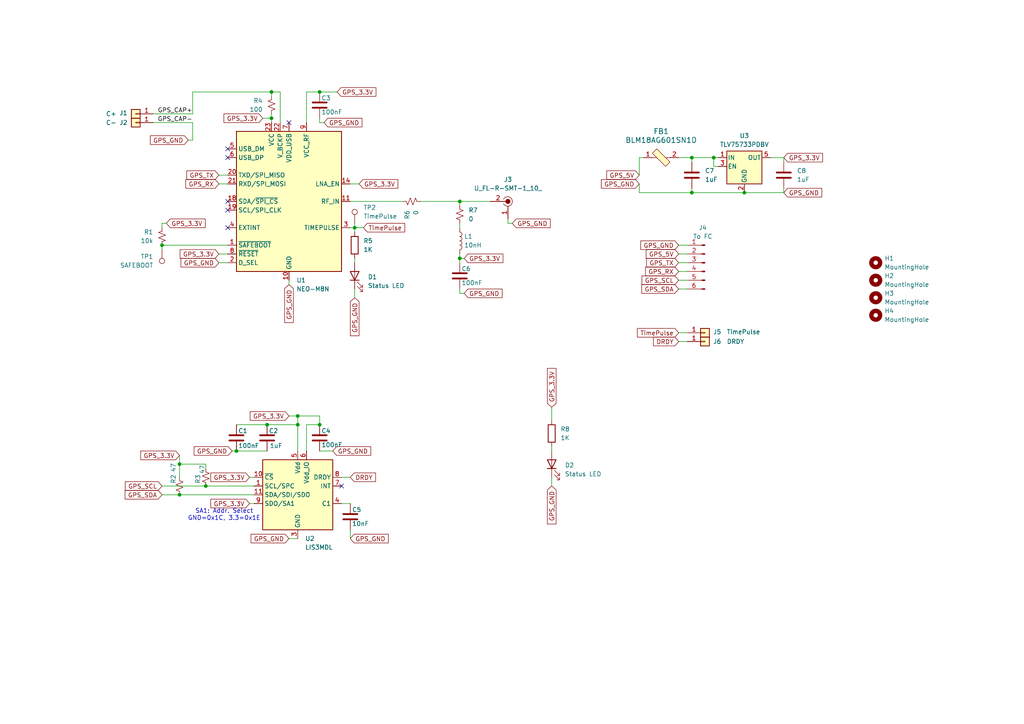
<source format=kicad_sch>
(kicad_sch (version 20250114) (generator "eeschema") (generator_version "9.0")
  (paper "A4")
  (lib_symbols
    (symbol "Connector:Conn_01x06_Pin" (pin_names (offset 1.016) (hide yes))
      (property "Reference" "J" (at 0 7.62 0))
      (property "Value" "Conn_01x06_Pin" (at 0 -10.16 0))
      (symbol "Conn_01x06_Pin_1_1"
        (rectangle (start 0.8636 5.207) (end 0 4.953) (stroke (width 0.1524)) (fill (type outline)))
        (rectangle (start 0.8636 2.667) (end 0 2.413) (stroke (width 0.1524)) (fill (type outline)))
        (rectangle (start 0.8636 0.127) (end 0 -0.127) (stroke (width 0.1524)) (fill (type outline)))
        (rectangle (start 0.8636 -2.413) (end 0 -2.667) (stroke (width 0.1524)) (fill (type outline)))
        (rectangle (start 0.8636 -4.953) (end 0 -5.207) (stroke (width 0.1524)) (fill (type outline)))
        (rectangle (start 0.8636 -7.493) (end 0 -7.747) (stroke (width 0.1524)) (fill (type outline)))
        (polyline (pts (xy 1.27 5.08) (xy 0.8636 5.08)) (stroke (width 0.1524)))
        (polyline (pts (xy 1.27 2.54) (xy 0.8636 2.54)) (stroke (width 0.1524)))
        (polyline (pts (xy 1.27 0) (xy 0.8636 0)) (stroke (width 0.1524)))
        (polyline (pts (xy 1.27 -2.54) (xy 0.8636 -2.54)) (stroke (width 0.1524)))
        (polyline (pts (xy 1.27 -5.08) (xy 0.8636 -5.08)) (stroke (width 0.1524)))
        (polyline (pts (xy 1.27 -7.62) (xy 0.8636 -7.62)) (stroke (width 0.1524)))
        (pin passive line (at 5.08 5.08 180) (length 3.81) (name "Pin_1") (number "1"))
        (pin passive line (at 5.08 2.54 180) (length 3.81) (name "Pin_2") (number "2"))
        (pin passive line (at 5.08 0 180) (length 3.81) (name "Pin_3") (number "3"))
        (pin passive line (at 5.08 -2.54 180) (length 3.81) (name "Pin_4") (number "4"))
        (pin passive line (at 5.08 -5.08 180) (length 3.81) (name "Pin_5") (number "5"))
        (pin passive line (at 5.08 -7.62 180) (length 3.81) (name "Pin_6") (number "6"))
      )
    )
    (symbol "Connector:TestPoint" (pin_numbers (hide yes)) (pin_names (offset 0.762) (hide yes))
      (property "Reference" "TP" (at 0 6.858 0))
      (property "Value" "TestPoint" (at 0 5.08 0))
      (symbol "TestPoint_0_1"
        (circle (center 0 3.302) (radius 0.762))
      )
      (symbol "TestPoint_1_1"
        (pin passive line (at 0 0 90) (length 2.54) (name "1") (number "1"))
      )
    )
    (symbol "Connector_Generic:Conn_01x01" (pin_names (offset 1.016) (hide yes))
      (property "Reference" "J" (at 0 2.54 0))
      (property "Value" "Conn_01x01" (at 0 -2.54 0))
      (symbol "Conn_01x01_1_1"
        (rectangle (start -1.27 1.27) (end 1.27 -1.27) (stroke (width 0.254)) (fill (type background)))
        (rectangle (start -1.27 0.127) (end 0 -0.127) (stroke (width 0.1524)))
        (pin passive line (at -5.08 0 0) (length 3.81) (name "Pin_1") (number "1"))
      )
    )
    (symbol "Device:C" (pin_numbers (hide yes)) (pin_names (offset 0.254))
      (property "Reference" "C" (at 0.635 2.54 0))
      (property "Value" "C" (at 0.635 -2.54 0))
      (symbol "C_0_1"
        (polyline (pts (xy -2.032 0.762) (xy 2.032 0.762)) (stroke (width 0.508)))
        (polyline (pts (xy -2.032 -0.762) (xy 2.032 -0.762)) (stroke (width 0.508)))
      )
      (symbol "C_1_1"
        (pin passive line (at 0 3.81 270) (length 2.794) (name "~") (number "1"))
        (pin passive line (at 0 -3.81 90) (length 2.794) (name "~") (number "2"))
      )
    )
    (symbol "Device:L" (pin_numbers (hide yes)) (pin_names (offset 1.016) (hide yes))
      (property "Reference" "L" (at -1.27 0 90))
      (property "Value" "L" (at 1.905 0 90))
      (symbol "L_0_1"
        (arc (start 0 2.54) (mid 0.6323 1.905) (end 0 1.27))
        (arc (start 0 1.27) (mid 0.6323 0.635) (end 0 0))
        (arc (start 0 0) (mid 0.6323 -0.635) (end 0 -1.27))
        (arc (start 0 -1.27) (mid 0.6323 -1.905) (end 0 -2.54))
      )
      (symbol "L_1_1"
        (pin passive line (at 0 3.81 270) (length 1.27) (name "1") (number "1"))
        (pin passive line (at 0 -3.81 90) (length 1.27) (name "2") (number "2"))
      )
    )
    (symbol "Device:LED" (pin_numbers (hide yes)) (pin_names (offset 1.016) (hide yes))
      (property "Reference" "D" (at 0 2.54 0))
      (property "Value" "LED" (at 0 -2.54 0))
      (symbol "LED_0_1"
        (polyline (pts (xy -3.048 -0.762) (xy -4.572 -2.286) (xy -3.81 -2.286) (xy -4.572 -2.286) (xy -4.572 -1.524)))
        (polyline (pts (xy -1.778 -0.762) (xy -3.302 -2.286) (xy -2.54 -2.286) (xy -3.302 -2.286) (xy -3.302 -1.524)))
        (polyline (pts (xy -1.27 0) (xy 1.27 0)))
        (polyline (pts (xy -1.27 -1.27) (xy -1.27 1.27)) (stroke (width 0.254)))
        (polyline (pts (xy 1.27 -1.27) (xy 1.27 1.27) (xy -1.27 0) (xy 1.27 -1.27)) (stroke (width 0.254)))
      )
      (symbol "LED_1_1"
        (pin passive line (at -3.81 0 0) (length 2.54) (name "K") (number "1"))
        (pin passive line (at 3.81 0 180) (length 2.54) (name "A") (number "2"))
      )
    )
    (symbol "Device:R" (pin_numbers (hide yes)) (pin_names (offset 0))
      (property "Reference" "R" (at 2.032 0 90))
      (property "Value" "R" (at 0 0 90))
      (symbol "R_0_1"
        (rectangle (start -1.016 -2.54) (end 1.016 2.54) (stroke (width 0.254)))
      )
      (symbol "R_1_1"
        (pin passive line (at 0 3.81 270) (length 1.27) (name "~") (number "1"))
        (pin passive line (at 0 -3.81 90) (length 1.27) (name "~") (number "2"))
      )
    )
    (symbol "Device:R_Small_US" (pin_numbers (hide yes)) (pin_names (offset 0.254) (hide yes))
      (property "Reference" "R" (at 0.762 0.508 0))
      (property "Value" "R_Small_US" (at 0.762 -1.016 0))
      (symbol "R_Small_US_1_1"
        (polyline (pts (xy 0 1.524) (xy 1.016 1.143) (xy 0 0.762) (xy -1.016 0.381) (xy 0 0)))
        (polyline (pts (xy 0 0) (xy 1.016 -0.381) (xy 0 -0.762) (xy -1.016 -1.143) (xy 0 -1.524)))
        (pin passive line (at 0 2.54 270) (length 1.016) (name "~") (number "1"))
        (pin passive line (at 0 -2.54 90) (length 1.016) (name "~") (number "2"))
      )
    )
    (symbol "Mechanical:MountingHole" (pin_names (offset 1.016)) (in_bom no)
      (property "Reference" "H" (at 0 5.08 0))
      (property "Value" "MountingHole" (at 0 3.175 0))
      (symbol "MountingHole_0_1"
        (circle (center 0 0) (radius 1.27) (stroke (width 1.27)))
      )
    )
    (symbol "RF_GPS:NEO-M8N"
      (property "Reference" "U" (at -13.97 21.59 0))
      (property "Value" "NEO-M8N" (at 11.43 21.59 0))
      (symbol "NEO-M8N_0_1"
        (rectangle (start -15.24 20.32) (end 15.24 -20.32) (stroke (width 0.254)) (fill (type background)))
      )
      (symbol "NEO-M8N_1_1"
        (pin bidirectional line (at -17.78 15.24 0) (length 2.54) (name "USB_DM") (number "5"))
        (pin bidirectional line (at -17.78 12.7 0) (length 2.54) (name "USB_DP") (number "6"))
        (pin output line (at -17.78 7.62 0) (length 2.54) (name "TXD/SPI_MISO") (number "20"))
        (pin input line (at -17.78 5.08 0) (length 2.54) (name "RXD/SPI_MOSI") (number "21"))
        (pin bidirectional line (at -17.78 0 0) (length 2.54) (name "SDA/~{SPI_CS}") (number "18"))
        (pin input line (at -17.78 -2.54 0) (length 2.54) (name "SCL/SPI_CLK") (number "19"))
        (pin input line (at -17.78 -7.62 0) (length 2.54) (name "EXTINT") (number "4"))
        (pin input line (at -17.78 -12.7 0) (length 2.54) (name "~{SAFEBOOT}") (number "1"))
        (pin input line (at -17.78 -15.24 0) (length 2.54) (name "~{RESET}") (number "8"))
        (pin input line (at -17.78 -17.78 0) (length 2.54) (name "D_SEL") (number "2"))
        (pin power_in line (at -5.08 22.86 270) (length 2.54) (name "VCC") (number "23"))
        (pin power_in line (at -2.54 22.86 270) (length 2.54) (name "V_BCKP") (number "22"))
        (pin power_in line (at 0 22.86 270) (length 2.54) (name "VDD_USB") (number "7"))
        (pin power_in line (at 0 -22.86 90) (length 2.54) (name "GND") (number "10"))
        (pin passive line (at 0 -22.86 90) (length 2.54) (hide yes) (name "GND") (number "12"))
        (pin passive line (at 0 -22.86 90) (length 2.54) (hide yes) (name "GND") (number "13"))
        (pin passive line (at 0 -22.86 90) (length 2.54) (hide yes) (name "GND") (number "24"))
        (pin power_out line (at 5.08 22.86 270) (length 2.54) (name "VCC_RF") (number "9"))
        (pin no_connect line (at 15.24 -10.16 180) (length 2.54) (hide yes) (name "RESERVED") (number "15"))
        (pin no_connect line (at 15.24 -12.7 180) (length 2.54) (hide yes) (name "RESERVED") (number "16"))
        (pin no_connect line (at 15.24 -15.24 180) (length 2.54) (hide yes) (name "RESERVED") (number "17"))
        (pin output line (at 17.78 5.08 180) (length 2.54) (name "LNA_EN") (number "14"))
        (pin input line (at 17.78 0 180) (length 2.54) (name "RF_IN") (number "11"))
        (pin output line (at 17.78 -7.62 180) (length 2.54) (name "TIMEPULSE") (number "3"))
      )
    )
    (symbol "Regulator_Linear:TLV75733PDBV" (pin_names (offset 0.254))
      (property "Reference" "U" (at -3.81 5.715 0))
      (property "Value" "TLV75733PDBV" (at 0 5.715 0))
      (symbol "TLV75733PDBV_0_1"
        (rectangle (start -5.08 4.445) (end 5.08 -5.08) (stroke (width 0.254)) (fill (type background)))
      )
      (symbol "TLV75733PDBV_1_1"
        (pin power_in line (at -7.62 2.54 0) (length 2.54) (name "IN") (number "1"))
        (pin input line (at -7.62 0 0) (length 2.54) (name "EN") (number "3"))
        (pin power_in line (at 0 -7.62 90) (length 2.54) (name "GND") (number "2"))
        (pin no_connect line (at 5.08 0 180) (length 2.54) (hide yes) (name "NC") (number "4"))
        (pin power_out line (at 7.62 2.54 180) (length 2.54) (name "OUT") (number "5"))
      )
    )
    (symbol "Sensor_Magnetic:LIS3MDL"
      (property "Reference" "U" (at -8.89 11.43 0))
      (property "Value" "LIS3MDL" (at 7.62 11.43 0))
      (symbol "LIS3MDL_0_1"
        (rectangle (start -10.16 10.16) (end 10.16 -10.16) (stroke (width 0.254)) (fill (type background)))
      )
      (symbol "LIS3MDL_1_1"
        (pin input line (at -12.7 5.08 0) (length 2.54) (name "~{CS}") (number "10"))
        (pin input line (at -12.7 2.54 0) (length 2.54) (name "SCL/SPC") (number "1"))
        (pin bidirectional line (at -12.7 0 0) (length 2.54) (name "SDA/SDI/SDO") (number "11"))
        (pin bidirectional line (at -12.7 -2.54 0) (length 2.54) (name "SDO/SA1") (number "9"))
        (pin power_in line (at 0 12.7 270) (length 2.54) (name "Vdd") (number "5"))
        (pin passive line (at 0 -12.7 90) (length 2.54) (hide yes) (name "GND") (number "12"))
        (pin passive line (at 0 -12.7 90) (length 2.54) (hide yes) (name "GND") (number "2"))
        (pin power_in line (at 0 -12.7 90) (length 2.54) (name "GND") (number "3"))
        (pin power_in line (at 2.54 12.7 270) (length 2.54) (name "Vdd_IO") (number "6"))
        (pin output line (at 12.7 5.08 180) (length 2.54) (name "DRDY") (number "8"))
        (pin output line (at 12.7 2.54 180) (length 2.54) (name "INT") (number "7"))
        (pin power_out line (at 12.7 -2.54 180) (length 2.54) (name "C1") (number "4"))
      )
    )
    (symbol "dk_Coaxial-Connectors-RF:U_FL-R-SMT-1_10_" (pin_names (offset 1.016))
      (property "Reference" "J" (at -1.27 1.27 0))
      (property "Value" "U_FL-R-SMT-1_10_" (at 1.27 -2.54 0))
      (symbol "U_FL-R-SMT-1_10__1_1"
        (circle (center 0 0) (radius 0.635) (fill (type outline)))
        (arc (start 1.27 -0.635) (mid -0.2751 -1.349) (end -1.27 0))
        (arc (start -1.27 0) (mid -0.251 1.3315) (end 1.27 0.635))
        (pin passive line (at 0 -5.08 90) (length 3.683) (name "~") (number "1"))
        (pin passive line (at 5.08 0 180) (length 4.445) (name "~") (number "2"))
      )
    )
    (symbol "dk_Ferrite-Beads-and-Chips:BLM18AG601SN1D" (pin_names (offset 1.016))
      (property "Reference" "FB" (at -2.54 3.81 0))
      (property "Value" "BLM18AG601SN1D" (at 0 -3.81 0))
      (symbol "BLM18AG601SN1D_0_1"
        (polyline (pts (xy -1.27 2.54) (xy -2.54 1.27) (xy 1.27 -2.54) (xy 2.54 -1.27) (xy -1.27 2.54)) (fill (type background)))
        (polyline (pts (xy -1.27 0) (xy -2.54 0)))
        (polyline (pts (xy 1.27 0) (xy 2.54 0)))
      )
      (symbol "BLM18AG601SN1D_1_1"
        (pin passive line (at -5.08 0 0) (length 2.54) (name "~") (number "1"))
        (pin passive line (at 5.08 0 180) (length 2.54) (name "~") (number "2"))
      )
    )
  )
  (text "SA1: Addr. Select\nGND=0x1C, 3.3=0x1E" (at 65.024 149.352 0) (effects (font (size 1.27 1.27))))
  (junction (at 200.66 45.72))
  (junction (at 92.71 123.19))
  (junction (at 52.07 134.62))
  (junction (at 46.99 71.12))
  (junction (at 52.07 143.51))
  (junction (at 86.36 120.65))
  (junction (at 59.69 140.97))
  (junction (at 102.87 66.04))
  (junction (at 78.74 26.67))
  (junction (at 92.71 26.67))
  (junction (at 77.47 123.19))
  (junction (at 133.35 74.93))
  (junction (at 68.58 130.81))
  (junction (at 215.9 55.88))
  (junction (at 78.74 34.29))
  (junction (at 207.01 45.72))
  (junction (at 86.36 123.19))
  (junction (at 200.66 55.88))
  (junction (at 133.35 58.42))
  (no_connect (at 66.04 45.72))
  (no_connect (at 66.04 66.04))
  (no_connect (at 66.04 43.18))
  (no_connect (at 66.04 58.42))
  (no_connect (at 83.82 35.56))
  (no_connect (at 66.04 60.96))
  (no_connect (at 99.06 140.97))
  (wire (pts (xy 88.9 123.19) (xy 88.9 130.81)))
  (wire (pts (xy 86.36 130.81) (xy 86.36 123.19)))
  (wire (pts (xy 55.88 26.67) (xy 78.74 26.67)))
  (wire (pts (xy 101.6 66.04) (xy 102.87 66.04)))
  (wire (pts (xy 133.35 64.77) (xy 133.35 66.04)))
  (wire (pts (xy 81.28 26.67) (xy 81.28 35.56)))
  (wire (pts (xy 63.5 76.2) (xy 66.04 76.2)))
  (wire (pts (xy 59.69 140.97) (xy 73.66 140.97)))
  (wire (pts (xy 101.6 153.67) (xy 101.6 156.21)))
  (wire (pts (xy 160.02 138.43) (xy 160.02 140.97)))
  (wire (pts (xy 121.92 58.42) (xy 133.35 58.42)))
  (wire (pts (xy 185.42 55.88) (xy 200.66 55.88)))
  (wire (pts (xy 160.02 118.11) (xy 160.02 121.92)))
  (wire (pts (xy 196.85 96.52) (xy 199.39 96.52)))
  (wire (pts (xy 44.45 35.56) (xy 55.88 35.56)))
  (wire (pts (xy 83.82 81.28) (xy 83.82 82.55)))
  (wire (pts (xy 52.07 132.08) (xy 52.07 134.62)))
  (wire (pts (xy 227.33 45.72) (xy 223.52 45.72)))
  (wire (pts (xy 63.5 73.66) (xy 66.04 73.66)))
  (wire (pts (xy 54.61 40.64) (xy 55.88 40.64)))
  (wire (pts (xy 133.35 58.42) (xy 142.24 58.42)))
  (wire (pts (xy 207.01 48.26) (xy 207.01 45.72)))
  (wire (pts (xy 92.71 123.19) (xy 92.71 120.65)))
  (wire (pts (xy 92.71 130.81) (xy 96.52 130.81)))
  (wire (pts (xy 133.35 59.69) (xy 133.35 58.42)))
  (wire (pts (xy 196.85 71.12) (xy 199.39 71.12)))
  (wire (pts (xy 76.2 34.29) (xy 78.74 34.29)))
  (wire (pts (xy 93.98 35.56) (xy 92.71 35.56)))
  (wire (pts (xy 46.99 143.51) (xy 52.07 143.51)))
  (wire (pts (xy 68.58 130.81) (xy 77.47 130.81)))
  (wire (pts (xy 102.87 66.04) (xy 102.87 67.31)))
  (wire (pts (xy 208.28 48.26) (xy 207.01 48.26)))
  (wire (pts (xy 59.69 134.62) (xy 59.69 135.89)))
  (wire (pts (xy 68.58 123.19) (xy 77.47 123.19)))
  (wire (pts (xy 133.35 74.93) (xy 133.35 73.66)))
  (wire (pts (xy 185.42 45.72) (xy 186.69 45.72)))
  (wire (pts (xy 83.82 120.65) (xy 86.36 120.65)))
  (wire (pts (xy 148.59 64.77) (xy 147.32 64.77)))
  (wire (pts (xy 88.9 26.67) (xy 92.71 26.67)))
  (wire (pts (xy 88.9 35.56) (xy 88.9 26.67)))
  (wire (pts (xy 200.66 55.88) (xy 215.9 55.88)))
  (wire (pts (xy 46.99 71.12) (xy 66.04 71.12)))
  (wire (pts (xy 196.85 73.66) (xy 199.39 73.66)))
  (wire (pts (xy 196.85 83.82) (xy 199.39 83.82)))
  (wire (pts (xy 99.06 138.43) (xy 101.6 138.43)))
  (wire (pts (xy 133.35 85.09) (xy 133.35 83.82)))
  (wire (pts (xy 102.87 64.77) (xy 102.87 66.04)))
  (wire (pts (xy 134.62 85.09) (xy 133.35 85.09)))
  (wire (pts (xy 92.71 120.65) (xy 86.36 120.65)))
  (wire (pts (xy 102.87 83.82) (xy 102.87 86.36)))
  (wire (pts (xy 147.32 64.77) (xy 147.32 63.5)))
  (wire (pts (xy 227.33 55.88) (xy 215.9 55.88)))
  (wire (pts (xy 207.01 45.72) (xy 208.28 45.72)))
  (wire (pts (xy 78.74 26.67) (xy 81.28 26.67)))
  (wire (pts (xy 63.5 50.8) (xy 66.04 50.8)))
  (wire (pts (xy 101.6 53.34) (xy 104.14 53.34)))
  (wire (pts (xy 78.74 26.67) (xy 78.74 27.94)))
  (wire (pts (xy 196.85 81.28) (xy 199.39 81.28)))
  (wire (pts (xy 63.5 53.34) (xy 66.04 53.34)))
  (wire (pts (xy 200.66 54.61) (xy 200.66 55.88)))
  (wire (pts (xy 83.82 156.21) (xy 86.36 156.21)))
  (wire (pts (xy 46.99 140.97) (xy 59.69 140.97)))
  (wire (pts (xy 99.06 146.05) (xy 101.6 146.05)))
  (wire (pts (xy 52.07 143.51) (xy 73.66 143.51)))
  (wire (pts (xy 101.6 58.42) (xy 116.84 58.42)))
  (wire (pts (xy 72.39 146.05) (xy 73.66 146.05)))
  (wire (pts (xy 185.42 53.34) (xy 185.42 55.88)))
  (wire (pts (xy 200.66 45.72) (xy 200.66 46.99)))
  (wire (pts (xy 227.33 55.88) (xy 227.33 54.61)))
  (wire (pts (xy 133.35 74.93) (xy 133.35 76.2)))
  (wire (pts (xy 134.62 74.93) (xy 133.35 74.93)))
  (wire (pts (xy 55.88 35.56) (xy 55.88 40.64)))
  (wire (pts (xy 78.74 33.02) (xy 78.74 34.29)))
  (wire (pts (xy 92.71 35.56) (xy 92.71 34.29)))
  (wire (pts (xy 92.71 123.19) (xy 88.9 123.19)))
  (wire (pts (xy 160.02 129.54) (xy 160.02 130.81)))
  (wire (pts (xy 196.85 78.74) (xy 199.39 78.74)))
  (wire (pts (xy 55.88 26.67) (xy 55.88 33.02)))
  (wire (pts (xy 46.99 64.77) (xy 48.26 64.77)))
  (wire (pts (xy 185.42 50.8) (xy 185.42 45.72)))
  (wire (pts (xy 46.99 66.04) (xy 46.99 64.77)))
  (wire (pts (xy 102.87 66.04) (xy 105.41 66.04)))
  (wire (pts (xy 227.33 46.99) (xy 227.33 45.72)))
  (wire (pts (xy 78.74 34.29) (xy 78.74 35.56)))
  (wire (pts (xy 52.07 134.62) (xy 59.69 134.62)))
  (wire (pts (xy 196.85 99.06) (xy 199.39 99.06)))
  (wire (pts (xy 77.47 123.19) (xy 86.36 123.19)))
  (wire (pts (xy 46.99 71.12) (xy 46.99 72.39)))
  (wire (pts (xy 196.85 76.2) (xy 199.39 76.2)))
  (wire (pts (xy 92.71 26.67) (xy 97.79 26.67)))
  (wire (pts (xy 52.07 138.43) (xy 52.07 134.62)))
  (wire (pts (xy 86.36 120.65) (xy 86.36 123.19)))
  (wire (pts (xy 196.85 45.72) (xy 200.66 45.72)))
  (wire (pts (xy 72.39 138.43) (xy 73.66 138.43)))
  (wire (pts (xy 102.87 74.93) (xy 102.87 76.2)))
  (wire (pts (xy 67.31 130.81) (xy 68.58 130.81)))
  (wire (pts (xy 44.45 33.02) (xy 55.88 33.02)))
  (wire (pts (xy 200.66 45.72) (xy 207.01 45.72)))
  (label "GPS_CAP+" (at 45.72 33.02 0))
  (label "GPS_CAP-" (at 45.72 35.56 0))
  (global_label "GPS_GND" (shape input) (at 67.31 130.81 180) (property "Intersheetrefs" "${INTERSHEET_REFS}" (effects (hide yes))))
  (global_label "TimePulse" (shape input) (at 196.85 96.52 180) (property "Intersheetrefs" "${INTERSHEET_REFS}" (effects (hide yes))))
  (global_label "GPS_5V" (shape input) (at 196.85 73.66 180) (property "Intersheetrefs" "${INTERSHEET_REFS}" (effects (hide yes))))
  (global_label "GPS_5V" (shape input) (at 185.42 50.8 180) (property "Intersheetrefs" "${INTERSHEET_REFS}" (effects (hide yes))))
  (global_label "GPS_3.3V" (shape input) (at 83.82 120.65 180) (property "Intersheetrefs" "${INTERSHEET_REFS}" (effects (hide yes))))
  (global_label "GPS_GND" (shape input) (at 93.98 35.56 0) (property "Intersheetrefs" "${INTERSHEET_REFS}" (effects (hide yes))))
  (global_label "GPS_RX" (shape input) (at 63.5 53.34 180) (property "Intersheetrefs" "${INTERSHEET_REFS}" (effects (hide yes))))
  (global_label "GPS_SCL" (shape input) (at 46.99 140.97 180) (property "Intersheetrefs" "${INTERSHEET_REFS}" (effects (hide yes))))
  (global_label "TimePulse" (shape input) (at 105.41 66.04 0) (property "Intersheetrefs" "${INTERSHEET_REFS}" (effects (hide yes))))
  (global_label "GPS_3.3V" (shape input) (at 134.62 74.93 0) (property "Intersheetrefs" "${INTERSHEET_REFS}" (effects (hide yes))))
  (global_label "DRDY" (shape input) (at 196.85 99.06 180) (property "Intersheetrefs" "${INTERSHEET_REFS}" (effects (hide yes))))
  (global_label "GPS_GND" (shape input) (at 160.02 140.97 270) (property "Intersheetrefs" "${INTERSHEET_REFS}" (effects (hide yes))))
  (global_label "GPS_3.3V" (shape input) (at 52.07 132.08 180) (property "Intersheetrefs" "${INTERSHEET_REFS}" (effects (hide yes))))
  (global_label "GPS_GND" (shape input) (at 101.6 156.21 0) (property "Intersheetrefs" "${INTERSHEET_REFS}" (effects (hide yes))))
  (global_label "GPS_TX" (shape input) (at 63.5 50.8 180) (property "Intersheetrefs" "${INTERSHEET_REFS}" (effects (hide yes))))
  (global_label "GPS_RX" (shape input) (at 196.85 78.74 180) (property "Intersheetrefs" "${INTERSHEET_REFS}" (effects (hide yes))))
  (global_label "GPS_GND" (shape input) (at 134.62 85.09 0) (property "Intersheetrefs" "${INTERSHEET_REFS}" (effects (hide yes))))
  (global_label "GPS_SCL" (shape input) (at 196.85 81.28 180) (property "Intersheetrefs" "${INTERSHEET_REFS}" (effects (hide yes))))
  (global_label "GPS_GND" (shape input) (at 185.42 53.34 180) (property "Intersheetrefs" "${INTERSHEET_REFS}" (effects (hide yes))))
  (global_label "GPS_GND" (shape input) (at 83.82 82.55 270) (property "Intersheetrefs" "${INTERSHEET_REFS}" (effects (hide yes))))
  (global_label "GPS_3.3V" (shape input) (at 72.39 138.43 180) (property "Intersheetrefs" "${INTERSHEET_REFS}" (effects (hide yes))))
  (global_label "GPS_GND" (shape input) (at 227.33 55.88 0) (property "Intersheetrefs" "${INTERSHEET_REFS}" (effects (hide yes))))
  (global_label "GPS_GND" (shape input) (at 102.87 86.36 270) (property "Intersheetrefs" "${INTERSHEET_REFS}" (effects (hide yes))))
  (global_label "GPS_SDA" (shape input) (at 196.85 83.82 180) (property "Intersheetrefs" "${INTERSHEET_REFS}" (effects (hide yes))))
  (global_label "GPS_3.3V" (shape input) (at 63.5 73.66 180) (property "Intersheetrefs" "${INTERSHEET_REFS}" (effects (hide yes))))
  (global_label "GPS_3.3V" (shape input) (at 72.39 146.05 180) (property "Intersheetrefs" "${INTERSHEET_REFS}" (effects (hide yes))))
  (global_label "DRDY" (shape input) (at 101.6 138.43 0) (property "Intersheetrefs" "${INTERSHEET_REFS}" (effects (hide yes))))
  (global_label "GPS_3.3V" (shape input) (at 48.26 64.77 0) (property "Intersheetrefs" "${INTERSHEET_REFS}" (effects (hide yes))))
  (global_label "GPS_GND" (shape input) (at 196.85 71.12 180) (property "Intersheetrefs" "${INTERSHEET_REFS}" (effects (hide yes))))
  (global_label "GPS_GND" (shape input) (at 96.52 130.81 0) (property "Intersheetrefs" "${INTERSHEET_REFS}" (effects (hide yes))))
  (global_label "GPS_GND" (shape input) (at 54.61 40.64 180) (property "Intersheetrefs" "${INTERSHEET_REFS}" (effects (hide yes))))
  (global_label "GPS_GND" (shape input) (at 148.59 64.77 0) (property "Intersheetrefs" "${INTERSHEET_REFS}" (effects (hide yes))))
  (global_label "GPS_3.3V" (shape input) (at 104.14 53.34 0) (property "Intersheetrefs" "${INTERSHEET_REFS}" (effects (hide yes))))
  (global_label "GPS_3.3V" (shape input) (at 227.33 45.72 0) (property "Intersheetrefs" "${INTERSHEET_REFS}" (effects (hide yes))))
  (global_label "GPS_3.3V" (shape input) (at 76.2 34.29 180) (property "Intersheetrefs" "${INTERSHEET_REFS}" (effects (hide yes))))
  (global_label "GPS_3.3V" (shape input) (at 97.79 26.67 0) (property "Intersheetrefs" "${INTERSHEET_REFS}" (effects (hide yes))))
  (global_label "GPS_SDA" (shape input) (at 46.99 143.51 180) (property "Intersheetrefs" "${INTERSHEET_REFS}" (effects (hide yes))))
  (global_label "GPS_GND" (shape input) (at 83.82 156.21 180) (property "Intersheetrefs" "${INTERSHEET_REFS}" (effects (hide yes))))
  (global_label "GPS_GND" (shape input) (at 63.5 76.2 180) (property "Intersheetrefs" "${INTERSHEET_REFS}" (effects (hide yes))))
  (global_label "GPS_3.3V" (shape input) (at 160.02 118.11 90) (property "Intersheetrefs" "${INTERSHEET_REFS}" (effects (hide yes))))
  (global_label "GPS_TX" (shape input) (at 196.85 76.2 180) (property "Intersheetrefs" "${INTERSHEET_REFS}" (effects (hide yes))))
  (symbol (lib_id "Device:C") (at 92.71 127 0) (unit 1)
    (property "Reference" "C4" (at 93.218 124.968 0) (effects (justify left)))
    (property "Value" "100nF" (at 93.218 129.032 0) (effects (justify left)))
    (property "Footprint" "Capacitor_SMD:C_0805_2012Metric_Pad1.18x1.45mm_HandSolder" (effects (hide yes)))
    (property "Description" "Unpolarized capacitor" (effects (hide yes)))
  )
  (symbol (lib_id "Device:C") (at 92.71 30.48 0) (unit 1)
    (property "Reference" "C3" (at 93.218 28.448 0) (effects (justify left)))
    (property "Value" "100nF" (at 93.218 32.512 0) (effects (justify left)))
    (property "Footprint" "Capacitor_SMD:C_0805_2012Metric_Pad1.18x1.45mm_HandSolder" (effects (hide yes)))
    (property "Description" "Unpolarized capacitor" (effects (hide yes)))
  )
  (symbol (lib_id "Mechanical:MountingHole") (at 254 86.36 0) (unit 1) (in_bom no)
    (property "Reference" "H3" (at 256.54 85.0899 0) (effects (justify left)))
    (property "Value" "MountingHole" (at 256.54 87.6299 0) (effects (justify left)))
    (property "Footprint" "MountingHole:MountingHole_3.2mm_M3" (effects (hide yes)))
    (property "Description" "Mounting Hole without connection" (effects (hide yes)))
  )
  (symbol (lib_id "RF_GPS:NEO-M8N") (at 83.82 58.42 0) (unit 1)
    (property "Reference" "U1" (at 85.9633 81.28 0) (effects (justify left)))
    (property "Value" "NEO-M8N" (at 85.9633 83.82 0) (effects (justify left)))
    (property "Footprint" "RF_GPS:ublox_NEO" (effects (hide yes)))
    (property "Datasheet" "https://content.u-blox.com/sites/default/files/NEO-M8-FW3_DataSheet_UBX-15031086.pdf" (effects (hide yes)))
    (property "Description" "GNSS Module NEO M8, VCC 2.7V to 3.6V" (effects (hide yes)))
  )
  (symbol (lib_id "Connector_Generic:Conn_01x01") (at 39.37 33.02 0) (mirror y) (unit 1)
    (property "Reference" "J1" (at 35.814 32.766 0))
    (property "Value" "C+" (at 32.258 33.02 0))
    (property "Footprint" "Connector_Wire:SolderWirePad_1x01_SMD_1x2mm" (effects (hide yes)))
    (property "Description" "Generic connector, single row, 01x01, script generated (kicad-library-utils/schlib/autogen/connector/)" (effects (hide yes)))
  )
  (symbol (lib_id "Connector_Generic:Conn_01x01") (at 39.37 35.56 180) (unit 1)
    (property "Reference" "J2" (at 35.814 35.56 0))
    (property "Value" "C-" (at 32.258 35.56 0))
    (property "Footprint" "Connector_Wire:SolderWirePad_1x01_SMD_1x2mm" (effects (hide yes)))
    (property "Description" "Generic connector, single row, 01x01, script generated (kicad-library-utils/schlib/autogen/connector/)" (effects (hide yes)))
  )
  (symbol (lib_id "Device:C") (at 227.33 50.8 0) (unit 1)
    (property "Reference" "C8" (at 231.14 49.5299 0) (effects (justify left)))
    (property "Value" "1uF" (at 231.14 52.0699 0) (effects (justify left)))
    (property "Footprint" "Capacitor_SMD:C_0805_2012Metric_Pad1.18x1.45mm_HandSolder" (effects (hide yes)))
    (property "Description" "Unpolarized capacitor" (effects (hide yes)))
  )
  (symbol (lib_id "Device:C") (at 133.35 80.01 0) (unit 1)
    (property "Reference" "C6" (at 133.858 77.978 0) (effects (justify left)))
    (property "Value" "100nF" (at 133.858 82.042 0) (effects (justify left)))
    (property "Footprint" "Capacitor_SMD:C_0805_2012Metric_Pad1.18x1.45mm_HandSolder" (effects (hide yes)))
    (property "Description" "Unpolarized capacitor" (effects (hide yes)))
  )
  (symbol (lib_id "dk_Coaxial-Connectors-RF:U_FL-R-SMT-1_10_") (at 147.32 58.42 0) (mirror y) (unit 1)
    (property "Reference" "J3" (at 147.3412 52.07 0))
    (property "Value" "U_FL-R-SMT-1_10_" (at 147.3412 54.61 0))
    (property "Footprint" "Connector_Coaxial:U.FL_Molex_MCRF_73412-0110_Vertical" (effects (hide yes)))
    (property "Datasheet" "https://www.hirose.com/product/en/download_file/key_name/U.FL-R-SMT-1%2810%29/category/Drawing%20(2D)/doc_file_id/37627/?file_category_id=6&item_id=03310472210&is_series=U.FL-R-SMT-1(10" (effects (hide yes)))
    (property "Description" "CONN U.FL RCPT STR 50 OHM SMD" (effects (hide yes)))
    (property "Digi-Key_PN" "H11891CT-ND" (effects (hide yes)))
    (property "MPN" "U.FL-R-SMT-1(10)" (effects (hide yes)))
    (property "Category" "Connectors, Interconnects" (effects (hide yes)))
    (property "Family" "Coaxial Connectors (RF)" (effects (hide yes)))
    (property "DK_Datasheet_Link" "https://www.hirose.com/product/en/download_file/key_name/U.FL-R-SMT-1%2810%29/category/Drawing%20(2D)/doc_file_id/37627/?file_category_id=6&item_id=03310472210&is_series=U.FL-R-SMT-1(10" (effects (hide yes)))
    (property "DK_Detail_Page" "/product-detail/en/hirose-electric-co-ltd/U.FL-R-SMT-1(10)/H11891CT-ND/2504612" (effects (hide yes)))
    (property "Description_1" "CONN U.FL RCPT STR 50 OHM SMD" (effects (hide yes)))
    (property "Manufacturer" "Hirose Electric Co Ltd" (effects (hide yes)))
    (property "Status" "Active" (effects (hide yes)))
  )
  (symbol (lib_id "Device:R") (at 102.87 71.12 0) (unit 1)
    (property "Reference" "R5" (at 105.41 69.8499 0) (effects (justify left)))
    (property "Value" "1K" (at 105.41 72.3899 0) (effects (justify left)))
    (property "Footprint" "Resistor_SMD:R_0805_2012Metric_Pad1.20x1.40mm_HandSolder" (effects (hide yes)))
    (property "Description" "Resistor" (effects (hide yes)))
  )
  (symbol (lib_id "Device:C") (at 200.66 50.8 0) (unit 1)
    (property "Reference" "C7" (at 204.47 49.5299 0) (effects (justify left)))
    (property "Value" "1uF" (at 204.47 52.0699 0) (effects (justify left)))
    (property "Footprint" "Capacitor_SMD:C_0805_2012Metric_Pad1.18x1.45mm_HandSolder" (effects (hide yes)))
    (property "Description" "Unpolarized capacitor" (effects (hide yes)))
  )
  (symbol (lib_id "Connector:TestPoint") (at 102.87 64.77 0) (unit 1)
    (property "Reference" "TP2" (at 105.41 60.1979 0) (effects (justify left)))
    (property "Value" "TimePulse" (at 105.41 62.7379 0) (effects (justify left)))
    (property "Footprint" "TestPoint:TestPoint_Pad_1.0x1.0mm" (effects (hide yes)))
    (property "Description" "test point" (effects (hide yes)))
  )
  (symbol (lib_id "Mechanical:MountingHole") (at 254 81.28 0) (unit 1) (in_bom no)
    (property "Reference" "H2" (at 256.54 80.0099 0) (effects (justify left)))
    (property "Value" "MountingHole" (at 256.54 82.5499 0) (effects (justify left)))
    (property "Footprint" "MountingHole:MountingHole_3.2mm_M3" (effects (hide yes)))
    (property "Description" "Mounting Hole without connection" (effects (hide yes)))
  )
  (symbol (lib_id "dk_Ferrite-Beads-and-Chips:BLM18AG601SN1D") (at 191.77 45.72 0) (unit 1)
    (property "Reference" "FB1" (at 191.77 38.1 0) (effects (font (size 1.524 1.524))))
    (property "Value" "BLM18AG601SN1D" (at 191.77 40.64 0) (effects (font (size 1.524 1.524))))
    (property "Footprint" "digikey-footprints:0603" (effects (hide yes)))
    (property "Datasheet" "https://www.murata.com/en-us/products/productdata/8796738650142/ENFA0003.pdf" (effects (hide yes)))
    (property "Description" "FERRITE BEAD 600 OHM 0603 1LN" (effects (hide yes)))
    (property "Digi-Key_PN" "490-1014-1-ND" (effects (hide yes)))
    (property "MPN" "BLM18AG601SN1D" (effects (hide yes)))
    (property "Category" "Filters" (effects (hide yes)))
    (property "Family" "Ferrite Beads and Chips" (effects (hide yes)))
    (property "DK_Datasheet_Link" "https://www.murata.com/en-us/products/productdata/8796738650142/ENFA0003.pdf" (effects (hide yes)))
    (property "DK_Detail_Page" "/product-detail/en/murata-electronics-north-america/BLM18AG601SN1D/490-1014-1-ND/584462" (effects (hide yes)))
    (property "Description_1" "FERRITE BEAD 600 OHM 0603 1LN" (effects (hide yes)))
    (property "Manufacturer" "Murata Electronics North America" (effects (hide yes)))
    (property "Status" "Active" (effects (hide yes)))
  )
  (symbol (lib_id "Device:C") (at 101.6 149.86 0) (unit 1)
    (property "Reference" "C5" (at 102.108 147.828 0) (effects (justify left)))
    (property "Value" "10nF" (at 102.108 151.892 0) (effects (justify left)))
    (property "Footprint" "Capacitor_SMD:C_0805_2012Metric_Pad1.18x1.45mm_HandSolder" (effects (hide yes)))
    (property "Description" "Unpolarized capacitor" (effects (hide yes)))
  )
  (symbol (lib_id "Device:R_Small_US") (at 59.69 138.43 180) (unit 1)
    (property "Reference" "R3" (at 57.404 138.938 90))
    (property "Value" "47" (at 58.674 136.144 90))
    (property "Footprint" "Resistor_SMD:R_0805_2012Metric_Pad1.20x1.40mm_HandSolder" (effects (hide yes)))
    (property "Description" "Resistor, small US symbol" (effects (hide yes)))
  )
  (symbol (lib_id "Connector:Conn_01x06_Pin") (at 204.47 76.2 0) (mirror y) (unit 1)
    (property "Reference" "J4" (at 203.835 66.04 0))
    (property "Value" "To FC" (at 203.835 68.58 0))
    (property "Footprint" "Connector_Hirose:Hirose_DF13-06P-1.25DS_1x06_P1.25mm_Horizontal" (effects (hide yes)))
    (property "Description" "Generic connector, single row, 01x06, script generated" (effects (hide yes)))
  )
  (symbol (lib_id "Device:C") (at 68.58 127 0) (unit 1)
    (property "Reference" "C1" (at 69.088 124.968 0) (effects (justify left)))
    (property "Value" "100nF" (at 69.088 129.286 0) (effects (justify left)))
    (property "Footprint" "Capacitor_SMD:C_0805_2012Metric_Pad1.18x1.45mm_HandSolder" (effects (hide yes)))
    (property "Description" "Unpolarized capacitor" (effects (hide yes)))
  )
  (symbol (lib_id "Device:LED") (at 160.02 134.62 90) (unit 1)
    (property "Reference" "D2" (at 163.83 134.9374 90) (effects (justify right)))
    (property "Value" "Status LED" (at 163.83 137.4774 90) (effects (justify right)))
    (property "Footprint" "LED_SMD:LED_0603_1608Metric_Pad1.05x0.95mm_HandSolder" (effects (hide yes)))
    (property "Description" "Light emitting diode" (effects (hide yes)))
    (property "Sim.Pins" "1=K 2=A" (effects (hide yes)))
  )
  (symbol (lib_id "Device:R_Small_US") (at 52.07 140.97 0) (unit 1)
    (property "Reference" "R2" (at 50.292 138.938 90))
    (property "Value" "47" (at 50.292 135.636 90))
    (property "Footprint" "Resistor_SMD:R_0805_2012Metric_Pad1.20x1.40mm_HandSolder" (effects (hide yes)))
    (property "Description" "Resistor, small US symbol" (effects (hide yes)))
  )
  (symbol (lib_id "Device:R_Small_US") (at 133.35 62.23 0) (unit 1)
    (property "Reference" "R7" (at 135.89 60.9599 0) (effects (justify left)))
    (property "Value" "0" (at 135.89 63.4999 0) (effects (justify left)))
    (property "Footprint" "Resistor_SMD:R_0805_2012Metric_Pad1.20x1.40mm_HandSolder" (effects (hide yes)))
    (property "Description" "Resistor, small US symbol" (effects (hide yes)))
  )
  (symbol (lib_id "Regulator_Linear:TLV75733PDBV") (at 215.9 48.26 0) (unit 1)
    (property "Reference" "U3" (at 215.9 39.37 0))
    (property "Value" "TLV75733PDBV" (at 215.9 41.91 0))
    (property "Footprint" "Package_TO_SOT_SMD:SOT-23-5" (effects (hide yes)))
    (property "Datasheet" "https://www.ti.com/lit/ds/symlink/tlv757p.pdf" (effects (hide yes)))
    (property "Description" "1A Low IQ Small Size Low Dropout Voltage Regulator, Fixed Output 3.3V, SOT-23-5" (effects (hide yes)))
  )
  (symbol (lib_id "Device:L") (at 133.35 69.85 0) (unit 1)
    (property "Reference" "L1" (at 134.62 68.5799 0) (effects (justify left)))
    (property "Value" "10nH" (at 134.62 71.1199 0) (effects (justify left)))
    (property "Footprint" "Inductor_SMD:L_0805_2012Metric_Pad1.05x1.20mm_HandSolder" (effects (hide yes)))
    (property "Description" "Inductor" (effects (hide yes)))
  )
  (symbol (lib_id "Connector_Generic:Conn_01x01") (at 204.47 99.06 0) (mirror x) (unit 1)
    (property "Reference" "J6" (at 208.026 99.06 0))
    (property "Value" "DRDY" (at 213.36 99.06 0))
    (property "Footprint" "Connector_Wire:SolderWirePad_1x01_SMD_1x2mm" (effects (hide yes)))
    (property "Description" "Generic connector, single row, 01x01, script generated (kicad-library-utils/schlib/autogen/connector/)" (effects (hide yes)))
  )
  (symbol (lib_id "Sensor_Magnetic:LIS3MDL") (at 86.36 143.51 0) (unit 1)
    (property "Reference" "U2" (at 88.5033 156.21 0) (effects (justify left)))
    (property "Value" "LIS3MDL" (at 88.5033 158.75 0) (effects (justify left)))
    (property "Footprint" "Package_LGA:LGA-12_2x2mm_P0.5mm" (effects (hide yes)))
    (property "Datasheet" "https://www.st.com/resource/en/datasheet/lis3mdl.pdf" (effects (hide yes)))
    (property "Description" "Ultra-low-power, 3-axis digital output magnetometer, LGA-12" (effects (hide yes)))
  )
  (symbol (lib_id "Device:C") (at 77.47 127 0) (unit 1)
    (property "Reference" "C2" (at 77.978 124.968 0) (effects (justify left)))
    (property "Value" "1uF" (at 78.232 129.286 0) (effects (justify left)))
    (property "Footprint" "Capacitor_SMD:C_0805_2012Metric_Pad1.18x1.45mm_HandSolder" (effects (hide yes)))
    (property "Description" "Unpolarized capacitor" (effects (hide yes)))
  )
  (symbol (lib_id "Connector_Generic:Conn_01x01") (at 204.47 96.52 0) (unit 1)
    (property "Reference" "J5" (at 208.026 96.266 0))
    (property "Value" "TimePulse" (at 215.646 96.266 0))
    (property "Footprint" "Connector_Wire:SolderWirePad_1x01_SMD_1x2mm" (effects (hide yes)))
    (property "Description" "Generic connector, single row, 01x01, script generated (kicad-library-utils/schlib/autogen/connector/)" (effects (hide yes)))
  )
  (symbol (lib_id "Device:R") (at 160.02 125.73 0) (unit 1)
    (property "Reference" "R8" (at 162.56 124.4599 0) (effects (justify left)))
    (property "Value" "1K" (at 162.56 126.9999 0) (effects (justify left)))
    (property "Footprint" "Resistor_SMD:R_0805_2012Metric_Pad1.20x1.40mm_HandSolder" (effects (hide yes)))
    (property "Description" "Resistor" (effects (hide yes)))
  )
  (symbol (lib_id "Connector:TestPoint") (at 46.99 72.39 0) (mirror x) (unit 1)
    (property "Reference" "TP1" (at 44.45 74.4219 0) (effects (justify right)))
    (property "Value" "SAFEBOOT" (at 44.45 76.9619 0) (effects (justify right)))
    (property "Footprint" "TestPoint:TestPoint_Pad_1.0x1.0mm" (effects (hide yes)))
    (property "Description" "test point" (effects (hide yes)))
  )
  (symbol (lib_id "Device:R_Small_US") (at 78.74 30.48 0) (mirror y) (unit 1)
    (property "Reference" "R4" (at 76.2 29.2099 0) (effects (justify left)))
    (property "Value" "100" (at 76.2 31.7499 0) (effects (justify left)))
    (property "Footprint" "Resistor_SMD:R_0805_2012Metric_Pad1.20x1.40mm_HandSolder" (effects (hide yes)))
    (property "Description" "Resistor, small US symbol" (effects (hide yes)))
  )
  (symbol (lib_id "Mechanical:MountingHole") (at 254 76.2 0) (unit 1) (in_bom no)
    (property "Reference" "H1" (at 256.54 74.9299 0) (effects (justify left)))
    (property "Value" "MountingHole" (at 256.54 77.4699 0) (effects (justify left)))
    (property "Footprint" "MountingHole:MountingHole_3.2mm_M3" (effects (hide yes)))
    (property "Description" "Mounting Hole without connection" (effects (hide yes)))
  )
  (symbol (lib_id "Mechanical:MountingHole") (at 254 91.44 0) (unit 1) (in_bom no)
    (property "Reference" "H4" (at 256.54 90.1699 0) (effects (justify left)))
    (property "Value" "MountingHole" (at 256.54 92.7099 0) (effects (justify left)))
    (property "Footprint" "MountingHole:MountingHole_3.2mm_M3" (effects (hide yes)))
    (property "Description" "Mounting Hole without connection" (effects (hide yes)))
  )
  (symbol (lib_id "Device:R_Small_US") (at 119.38 58.42 90) (mirror x) (unit 1)
    (property "Reference" "R6" (at 118.1099 60.96 0) (effects (justify left)))
    (property "Value" "0" (at 120.6499 60.96 0) (effects (justify left)))
    (property "Footprint" "Resistor_SMD:R_0805_2012Metric_Pad1.20x1.40mm_HandSolder" (effects (hide yes)))
    (property "Description" "Resistor, small US symbol" (effects (hide yes)))
  )
  (symbol (lib_id "Device:LED") (at 102.87 80.01 90) (unit 1)
    (property "Reference" "D1" (at 106.68 80.3274 90) (effects (justify right)))
    (property "Value" "Status LED" (at 106.68 82.8674 90) (effects (justify right)))
    (property "Footprint" "LED_SMD:LED_0603_1608Metric_Pad1.05x0.95mm_HandSolder" (effects (hide yes)))
    (property "Description" "Light emitting diode" (effects (hide yes)))
    (property "Sim.Pins" "1=K 2=A" (effects (hide yes)))
  )
  (symbol (lib_id "Device:R_Small_US") (at 46.99 68.58 0) (mirror y) (unit 1)
    (property "Reference" "R1" (at 44.45 67.3099 0) (effects (justify left)))
    (property "Value" "10k" (at 44.45 69.8499 0) (effects (justify left)))
    (property "Footprint" "Resistor_SMD:R_0805_2012Metric_Pad1.20x1.40mm_HandSolder" (effects (hide yes)))
    (property "Description" "Resistor, small US symbol" (effects (hide yes)))
  )
)
</source>
